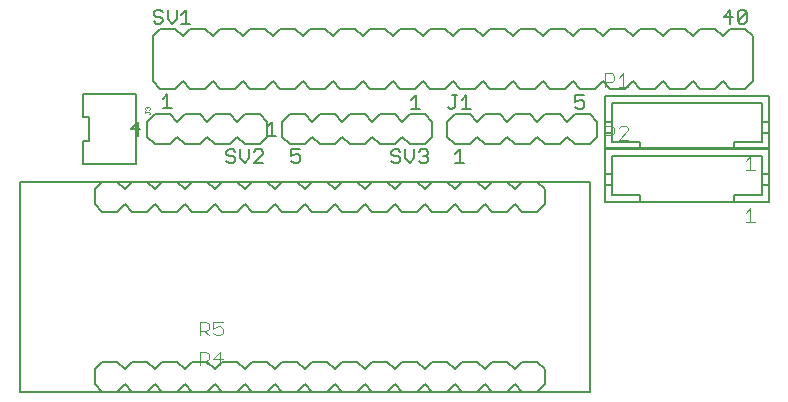
<source format=gto>
G75*
%MOIN*%
%OFA0B0*%
%FSLAX25Y25*%
%IPPOS*%
%LPD*%
%AMOC8*
5,1,8,0,0,1.08239X$1,22.5*
%
%ADD10C,0.00600*%
%ADD11C,0.00500*%
%ADD12C,0.00400*%
%ADD13C,0.00800*%
%ADD14C,0.00100*%
D10*
X0026250Y0011500D02*
X0026250Y0016500D01*
X0028750Y0019000D01*
X0033750Y0019000D01*
X0036250Y0016500D01*
X0038750Y0019000D01*
X0043750Y0019000D01*
X0046250Y0016500D01*
X0048750Y0019000D01*
X0053750Y0019000D01*
X0056250Y0016500D01*
X0058750Y0019000D01*
X0063750Y0019000D01*
X0066250Y0016500D01*
X0068750Y0019000D01*
X0073750Y0019000D01*
X0076250Y0016500D01*
X0078750Y0019000D01*
X0083750Y0019000D01*
X0086250Y0016500D01*
X0088750Y0019000D01*
X0093750Y0019000D01*
X0096250Y0016500D01*
X0098750Y0019000D01*
X0103750Y0019000D01*
X0106250Y0016500D01*
X0108750Y0019000D01*
X0113750Y0019000D01*
X0116250Y0016500D01*
X0118750Y0019000D01*
X0123750Y0019000D01*
X0126250Y0016500D01*
X0128750Y0019000D01*
X0133750Y0019000D01*
X0136250Y0016500D01*
X0138750Y0019000D01*
X0143750Y0019000D01*
X0146250Y0016500D01*
X0148750Y0019000D01*
X0153750Y0019000D01*
X0156250Y0016500D01*
X0158750Y0019000D01*
X0163750Y0019000D01*
X0166250Y0016500D01*
X0168750Y0019000D01*
X0173750Y0019000D01*
X0176250Y0016500D01*
X0176250Y0011500D01*
X0173750Y0009000D01*
X0168750Y0009000D01*
X0166250Y0011500D01*
X0163750Y0009000D01*
X0158750Y0009000D01*
X0156250Y0011500D01*
X0153750Y0009000D01*
X0148750Y0009000D01*
X0146250Y0011500D01*
X0143750Y0009000D01*
X0138750Y0009000D01*
X0136250Y0011500D01*
X0133750Y0009000D01*
X0128750Y0009000D01*
X0126250Y0011500D01*
X0123750Y0009000D01*
X0118750Y0009000D01*
X0116250Y0011500D01*
X0113750Y0009000D01*
X0108750Y0009000D01*
X0106250Y0011500D01*
X0103750Y0009000D01*
X0098750Y0009000D01*
X0096250Y0011500D01*
X0093750Y0009000D01*
X0088750Y0009000D01*
X0086250Y0011500D01*
X0083750Y0009000D01*
X0078750Y0009000D01*
X0076250Y0011500D01*
X0073750Y0009000D01*
X0068750Y0009000D01*
X0066250Y0011500D01*
X0063750Y0009000D01*
X0058750Y0009000D01*
X0056250Y0011500D01*
X0053750Y0009000D01*
X0048750Y0009000D01*
X0046250Y0011500D01*
X0043750Y0009000D01*
X0038750Y0009000D01*
X0036250Y0011500D01*
X0033750Y0009000D01*
X0028750Y0009000D01*
X0026250Y0011500D01*
X0028750Y0069000D02*
X0026250Y0071500D01*
X0026250Y0076500D01*
X0028750Y0079000D01*
X0033750Y0079000D01*
X0036250Y0076500D01*
X0038750Y0079000D01*
X0043750Y0079000D01*
X0046250Y0076500D01*
X0048750Y0079000D01*
X0053750Y0079000D01*
X0056250Y0076500D01*
X0058750Y0079000D01*
X0063750Y0079000D01*
X0066250Y0076500D01*
X0068750Y0079000D01*
X0073750Y0079000D01*
X0076250Y0076500D01*
X0078750Y0079000D01*
X0083750Y0079000D01*
X0086250Y0076500D01*
X0088750Y0079000D01*
X0093750Y0079000D01*
X0096250Y0076500D01*
X0098750Y0079000D01*
X0103750Y0079000D01*
X0106250Y0076500D01*
X0108750Y0079000D01*
X0113750Y0079000D01*
X0116250Y0076500D01*
X0118750Y0079000D01*
X0123750Y0079000D01*
X0126250Y0076500D01*
X0128750Y0079000D01*
X0133750Y0079000D01*
X0136250Y0076500D01*
X0138750Y0079000D01*
X0143750Y0079000D01*
X0146250Y0076500D01*
X0148750Y0079000D01*
X0153750Y0079000D01*
X0156250Y0076500D01*
X0158750Y0079000D01*
X0163750Y0079000D01*
X0166250Y0076500D01*
X0168750Y0079000D01*
X0173750Y0079000D01*
X0176250Y0076500D01*
X0176250Y0071500D01*
X0173750Y0069000D01*
X0168750Y0069000D01*
X0166250Y0071500D01*
X0163750Y0069000D01*
X0158750Y0069000D01*
X0156250Y0071500D01*
X0153750Y0069000D01*
X0148750Y0069000D01*
X0146250Y0071500D01*
X0143750Y0069000D01*
X0138750Y0069000D01*
X0136250Y0071500D01*
X0133750Y0069000D01*
X0128750Y0069000D01*
X0126250Y0071500D01*
X0123750Y0069000D01*
X0118750Y0069000D01*
X0116250Y0071500D01*
X0113750Y0069000D01*
X0108750Y0069000D01*
X0106250Y0071500D01*
X0103750Y0069000D01*
X0098750Y0069000D01*
X0096250Y0071500D01*
X0093750Y0069000D01*
X0088750Y0069000D01*
X0086250Y0071500D01*
X0083750Y0069000D01*
X0078750Y0069000D01*
X0076250Y0071500D01*
X0073750Y0069000D01*
X0068750Y0069000D01*
X0066250Y0071500D01*
X0063750Y0069000D01*
X0058750Y0069000D01*
X0056250Y0071500D01*
X0053750Y0069000D01*
X0048750Y0069000D01*
X0046250Y0071500D01*
X0043750Y0069000D01*
X0038750Y0069000D01*
X0036250Y0071500D01*
X0033750Y0069000D01*
X0028750Y0069000D01*
X0046250Y0091500D02*
X0043750Y0094000D01*
X0043750Y0099000D01*
X0046250Y0101500D01*
X0051250Y0101500D01*
X0053750Y0099000D01*
X0056250Y0101500D01*
X0061250Y0101500D01*
X0063750Y0099000D01*
X0066250Y0101500D01*
X0071250Y0101500D01*
X0073750Y0099000D01*
X0076250Y0101500D01*
X0081250Y0101500D01*
X0083750Y0099000D01*
X0083750Y0094000D01*
X0081250Y0091500D01*
X0076250Y0091500D01*
X0073750Y0094000D01*
X0071250Y0091500D01*
X0066250Y0091500D01*
X0063750Y0094000D01*
X0061250Y0091500D01*
X0056250Y0091500D01*
X0053750Y0094000D01*
X0051250Y0091500D01*
X0046250Y0091500D01*
X0048219Y0109906D02*
X0053219Y0109906D01*
X0055719Y0112406D01*
X0058219Y0109906D01*
X0063219Y0109906D01*
X0065719Y0112406D01*
X0068219Y0109906D01*
X0073219Y0109906D01*
X0075719Y0112406D01*
X0078219Y0109906D01*
X0083219Y0109906D01*
X0085719Y0112406D01*
X0088219Y0109906D01*
X0093219Y0109906D01*
X0095719Y0112406D01*
X0098219Y0109906D01*
X0103219Y0109906D01*
X0105719Y0112406D01*
X0108219Y0109906D01*
X0113219Y0109906D01*
X0115719Y0112406D01*
X0118219Y0109906D01*
X0123219Y0109906D01*
X0125719Y0112406D01*
X0128219Y0109906D01*
X0133219Y0109906D01*
X0135719Y0112406D01*
X0138219Y0109906D01*
X0143219Y0109906D01*
X0145719Y0112406D01*
X0148219Y0109906D01*
X0153219Y0109906D01*
X0155719Y0112406D01*
X0158219Y0109906D01*
X0163219Y0109906D01*
X0165719Y0112406D01*
X0168219Y0109906D01*
X0173219Y0109906D01*
X0175719Y0112406D01*
X0178219Y0109906D01*
X0183219Y0109906D01*
X0185719Y0112406D01*
X0188219Y0109906D01*
X0193219Y0109906D01*
X0195719Y0112406D01*
X0198219Y0109906D01*
X0203219Y0109906D01*
X0205719Y0112406D01*
X0208219Y0109906D01*
X0213219Y0109906D01*
X0215719Y0112406D01*
X0218219Y0109906D01*
X0223219Y0109906D01*
X0225719Y0112406D01*
X0228219Y0109906D01*
X0233219Y0109906D01*
X0235719Y0112406D01*
X0238219Y0109906D01*
X0243219Y0109906D01*
X0245719Y0112406D01*
X0245719Y0127406D01*
X0243219Y0129906D01*
X0238219Y0129906D01*
X0235719Y0127406D01*
X0233219Y0129906D01*
X0228219Y0129906D01*
X0225719Y0127406D01*
X0223219Y0129906D01*
X0218219Y0129906D01*
X0215719Y0127406D01*
X0213219Y0129906D01*
X0208219Y0129906D01*
X0205719Y0127406D01*
X0203219Y0129906D01*
X0198219Y0129906D01*
X0195719Y0127406D01*
X0193219Y0129906D01*
X0188219Y0129906D01*
X0185719Y0127406D01*
X0183219Y0129906D01*
X0178219Y0129906D01*
X0175719Y0127406D01*
X0173219Y0129906D01*
X0168219Y0129906D01*
X0165719Y0127406D01*
X0163219Y0129906D01*
X0158219Y0129906D01*
X0155719Y0127406D01*
X0153219Y0129906D01*
X0148219Y0129906D01*
X0145719Y0127406D01*
X0143219Y0129906D01*
X0138219Y0129906D01*
X0135719Y0127406D01*
X0133219Y0129906D01*
X0128219Y0129906D01*
X0125719Y0127406D01*
X0123219Y0129906D01*
X0118219Y0129906D01*
X0115719Y0127406D01*
X0113219Y0129906D01*
X0108219Y0129906D01*
X0105719Y0127406D01*
X0103219Y0129906D01*
X0098219Y0129906D01*
X0095719Y0127406D01*
X0093219Y0129906D01*
X0088219Y0129906D01*
X0085719Y0127406D01*
X0083219Y0129906D01*
X0078219Y0129906D01*
X0075719Y0127406D01*
X0073219Y0129906D01*
X0068219Y0129906D01*
X0065719Y0127406D01*
X0063219Y0129906D01*
X0058219Y0129906D01*
X0055719Y0127406D01*
X0053219Y0129906D01*
X0048219Y0129906D01*
X0045719Y0127406D01*
X0045719Y0112406D01*
X0048219Y0109906D01*
X0088750Y0099000D02*
X0088750Y0094000D01*
X0091250Y0091500D01*
X0096250Y0091500D01*
X0098750Y0094000D01*
X0101250Y0091500D01*
X0106250Y0091500D01*
X0108750Y0094000D01*
X0111250Y0091500D01*
X0116250Y0091500D01*
X0118750Y0094000D01*
X0121250Y0091500D01*
X0126250Y0091500D01*
X0128750Y0094000D01*
X0131250Y0091500D01*
X0136250Y0091500D01*
X0138750Y0094000D01*
X0138750Y0099000D01*
X0136250Y0101500D01*
X0131250Y0101500D01*
X0128750Y0099000D01*
X0126250Y0101500D01*
X0121250Y0101500D01*
X0118750Y0099000D01*
X0116250Y0101500D01*
X0111250Y0101500D01*
X0108750Y0099000D01*
X0106250Y0101500D01*
X0101250Y0101500D01*
X0098750Y0099000D01*
X0096250Y0101500D01*
X0091250Y0101500D01*
X0088750Y0099000D01*
X0143750Y0099000D02*
X0143750Y0094000D01*
X0146250Y0091500D01*
X0151250Y0091500D01*
X0153750Y0094000D01*
X0156250Y0091500D01*
X0161250Y0091500D01*
X0163750Y0094000D01*
X0166250Y0091500D01*
X0171250Y0091500D01*
X0173750Y0094000D01*
X0176250Y0091500D01*
X0181250Y0091500D01*
X0183750Y0094000D01*
X0186250Y0091500D01*
X0191250Y0091500D01*
X0193750Y0094000D01*
X0193750Y0099000D01*
X0191250Y0101500D01*
X0186250Y0101500D01*
X0183750Y0099000D01*
X0181250Y0101500D01*
X0176250Y0101500D01*
X0173750Y0099000D01*
X0171250Y0101500D01*
X0166250Y0101500D01*
X0163750Y0099000D01*
X0161250Y0101500D01*
X0156250Y0101500D01*
X0153750Y0099000D01*
X0151250Y0101500D01*
X0146250Y0101500D01*
X0143750Y0099000D01*
D11*
X0191250Y0009000D02*
X0001250Y0009000D01*
X0001250Y0079000D01*
X0191250Y0079000D01*
X0191250Y0009000D01*
X0196388Y0072307D02*
X0196388Y0077819D01*
X0198750Y0077819D01*
X0198750Y0074669D01*
X0208199Y0074669D01*
X0208199Y0072307D01*
X0239301Y0072307D01*
X0239301Y0074669D01*
X0248750Y0074669D01*
X0248750Y0077819D01*
X0251112Y0077819D01*
X0251112Y0072307D01*
X0239301Y0072307D01*
X0248750Y0077819D02*
X0248750Y0081362D01*
X0251112Y0081362D01*
X0251112Y0077819D01*
X0251112Y0081362D02*
X0251112Y0090024D01*
X0196388Y0090024D01*
X0196388Y0081362D01*
X0198750Y0081362D01*
X0198750Y0077819D01*
X0196388Y0077819D02*
X0196388Y0081362D01*
X0198750Y0081362D02*
X0198750Y0087661D01*
X0248750Y0087661D01*
X0248750Y0081362D01*
X0251112Y0089807D02*
X0239301Y0089807D01*
X0239301Y0092169D01*
X0248750Y0092169D01*
X0248750Y0095319D01*
X0251112Y0095319D01*
X0251112Y0089807D01*
X0251112Y0095319D02*
X0251112Y0098862D01*
X0248750Y0098862D01*
X0248750Y0095319D01*
X0248750Y0098862D02*
X0248750Y0105161D01*
X0198750Y0105161D01*
X0198750Y0098862D01*
X0196388Y0098862D01*
X0196388Y0095319D01*
X0198750Y0095319D01*
X0198750Y0092169D01*
X0208199Y0092169D01*
X0208199Y0089807D01*
X0239301Y0089807D01*
X0251112Y0098862D02*
X0251112Y0107524D01*
X0196388Y0107524D01*
X0196388Y0098862D01*
X0198750Y0098862D02*
X0198750Y0095319D01*
X0196388Y0095319D02*
X0196388Y0089807D01*
X0208199Y0089807D01*
X0189503Y0104001D02*
X0188752Y0103250D01*
X0187251Y0103250D01*
X0186500Y0104001D01*
X0186500Y0105502D02*
X0188001Y0106253D01*
X0188752Y0106253D01*
X0189503Y0105502D01*
X0189503Y0104001D01*
X0186500Y0105502D02*
X0186500Y0107754D01*
X0189503Y0107754D01*
X0151606Y0103250D02*
X0148604Y0103250D01*
X0150105Y0103250D02*
X0150105Y0107754D01*
X0148604Y0106253D01*
X0147003Y0107754D02*
X0145501Y0107754D01*
X0146252Y0107754D02*
X0146252Y0104001D01*
X0145501Y0103250D01*
X0144751Y0103250D01*
X0144000Y0104001D01*
X0134899Y0103250D02*
X0131896Y0103250D01*
X0133397Y0103250D02*
X0133397Y0107754D01*
X0131896Y0106253D01*
X0132795Y0089754D02*
X0132795Y0086751D01*
X0131293Y0085250D01*
X0129792Y0086751D01*
X0129792Y0089754D01*
X0128191Y0089003D02*
X0127440Y0089754D01*
X0125939Y0089754D01*
X0125188Y0089003D01*
X0125188Y0088253D01*
X0125939Y0087502D01*
X0127440Y0087502D01*
X0128191Y0086751D01*
X0128191Y0086001D01*
X0127440Y0085250D01*
X0125939Y0085250D01*
X0125188Y0086001D01*
X0134396Y0086001D02*
X0135147Y0085250D01*
X0136648Y0085250D01*
X0137399Y0086001D01*
X0137399Y0086751D01*
X0136648Y0087502D01*
X0135897Y0087502D01*
X0136648Y0087502D02*
X0137399Y0088253D01*
X0137399Y0089003D01*
X0136648Y0089754D01*
X0135147Y0089754D01*
X0134396Y0089003D01*
X0146500Y0088253D02*
X0148001Y0089754D01*
X0148001Y0085250D01*
X0146500Y0085250D02*
X0149503Y0085250D01*
X0196388Y0072307D02*
X0208199Y0072307D01*
X0094899Y0086001D02*
X0094148Y0085250D01*
X0092647Y0085250D01*
X0091896Y0086001D01*
X0091896Y0087502D02*
X0093397Y0088253D01*
X0094148Y0088253D01*
X0094899Y0087502D01*
X0094899Y0086001D01*
X0091896Y0087502D02*
X0091896Y0089754D01*
X0094899Y0089754D01*
X0086899Y0094250D02*
X0083896Y0094250D01*
X0085397Y0094250D02*
X0085397Y0098754D01*
X0083896Y0097253D01*
X0081648Y0089754D02*
X0080147Y0089754D01*
X0079396Y0089003D01*
X0077795Y0089754D02*
X0077795Y0086751D01*
X0076293Y0085250D01*
X0074792Y0086751D01*
X0074792Y0089754D01*
X0073191Y0089003D02*
X0072440Y0089754D01*
X0070939Y0089754D01*
X0070188Y0089003D01*
X0070188Y0088253D01*
X0070939Y0087502D01*
X0072440Y0087502D01*
X0073191Y0086751D01*
X0073191Y0086001D01*
X0072440Y0085250D01*
X0070939Y0085250D01*
X0070188Y0086001D01*
X0079396Y0085250D02*
X0082399Y0088253D01*
X0082399Y0089003D01*
X0081648Y0089754D01*
X0082399Y0085250D02*
X0079396Y0085250D01*
X0051971Y0103656D02*
X0048969Y0103656D01*
X0050470Y0103656D02*
X0050470Y0108159D01*
X0048969Y0106658D01*
X0040648Y0098754D02*
X0038396Y0096502D01*
X0041399Y0096502D01*
X0040648Y0094250D02*
X0040648Y0098754D01*
X0046719Y0131656D02*
X0045969Y0132406D01*
X0046719Y0131656D02*
X0048220Y0131656D01*
X0048971Y0132406D01*
X0048971Y0133157D01*
X0048220Y0133907D01*
X0046719Y0133907D01*
X0045969Y0134658D01*
X0045969Y0135409D01*
X0046719Y0136159D01*
X0048220Y0136159D01*
X0048971Y0135409D01*
X0050572Y0136159D02*
X0050572Y0133157D01*
X0052074Y0131656D01*
X0053575Y0133157D01*
X0053575Y0136159D01*
X0055176Y0134658D02*
X0056678Y0136159D01*
X0056678Y0131656D01*
X0058179Y0131656D02*
X0055176Y0131656D01*
X0235969Y0133907D02*
X0238971Y0133907D01*
X0240572Y0132406D02*
X0243575Y0135409D01*
X0243575Y0132406D01*
X0242824Y0131656D01*
X0241323Y0131656D01*
X0240572Y0132406D01*
X0240572Y0135409D01*
X0241323Y0136159D01*
X0242824Y0136159D01*
X0243575Y0135409D01*
X0238220Y0136159D02*
X0235969Y0133907D01*
X0238220Y0131656D02*
X0238220Y0136159D01*
D12*
X0202530Y0115084D02*
X0202530Y0110480D01*
X0204064Y0110480D02*
X0200995Y0110480D01*
X0199460Y0112782D02*
X0198693Y0112015D01*
X0196391Y0112015D01*
X0196391Y0110480D02*
X0196391Y0115084D01*
X0198693Y0115084D01*
X0199460Y0114317D01*
X0199460Y0112782D01*
X0200995Y0113549D02*
X0202530Y0115084D01*
X0203297Y0097584D02*
X0201762Y0097584D01*
X0200995Y0096817D01*
X0199460Y0096817D02*
X0199460Y0095282D01*
X0198693Y0094515D01*
X0196391Y0094515D01*
X0196391Y0092980D02*
X0196391Y0097584D01*
X0198693Y0097584D01*
X0199460Y0096817D01*
X0203297Y0097584D02*
X0204064Y0096817D01*
X0204064Y0096049D01*
X0200995Y0092980D01*
X0204064Y0092980D01*
X0243242Y0085990D02*
X0244776Y0087525D01*
X0244776Y0082921D01*
X0243242Y0082921D02*
X0246311Y0082921D01*
X0244776Y0070025D02*
X0244776Y0065421D01*
X0243242Y0065421D02*
X0246311Y0065421D01*
X0243242Y0068490D02*
X0244776Y0070025D01*
X0068915Y0032304D02*
X0065846Y0032304D01*
X0065846Y0030002D01*
X0067381Y0030769D01*
X0068148Y0030769D01*
X0068915Y0030002D01*
X0068915Y0028467D01*
X0068148Y0027700D01*
X0066613Y0027700D01*
X0065846Y0028467D01*
X0064311Y0027700D02*
X0062777Y0029235D01*
X0063544Y0029235D02*
X0061242Y0029235D01*
X0063544Y0029235D02*
X0064311Y0030002D01*
X0064311Y0031537D01*
X0063544Y0032304D01*
X0061242Y0032304D01*
X0061242Y0027700D01*
X0061242Y0022304D02*
X0063544Y0022304D01*
X0064311Y0021537D01*
X0064311Y0020002D01*
X0063544Y0019235D01*
X0061242Y0019235D01*
X0062777Y0019235D02*
X0064311Y0017700D01*
X0061242Y0017700D02*
X0061242Y0022304D01*
X0065846Y0020002D02*
X0068915Y0020002D01*
X0068148Y0022304D02*
X0065846Y0020002D01*
X0068148Y0017700D02*
X0068148Y0022304D01*
D13*
X0040108Y0084886D02*
X0022392Y0084886D01*
X0022392Y0092563D01*
X0024360Y0092563D01*
X0024360Y0100437D01*
X0022392Y0100437D01*
X0022392Y0108114D01*
X0040108Y0108114D01*
X0040108Y0084886D01*
D14*
X0044361Y0101415D02*
X0044611Y0101665D01*
X0044611Y0101915D01*
X0044361Y0102165D01*
X0043110Y0102165D01*
X0043110Y0101915D02*
X0043110Y0102415D01*
X0043360Y0102888D02*
X0043110Y0103138D01*
X0043110Y0103638D01*
X0043360Y0103889D01*
X0043610Y0103889D01*
X0043860Y0103638D01*
X0044111Y0103889D01*
X0044361Y0103889D01*
X0044611Y0103638D01*
X0044611Y0103138D01*
X0044361Y0102888D01*
X0043860Y0103388D02*
X0043860Y0103638D01*
M02*

</source>
